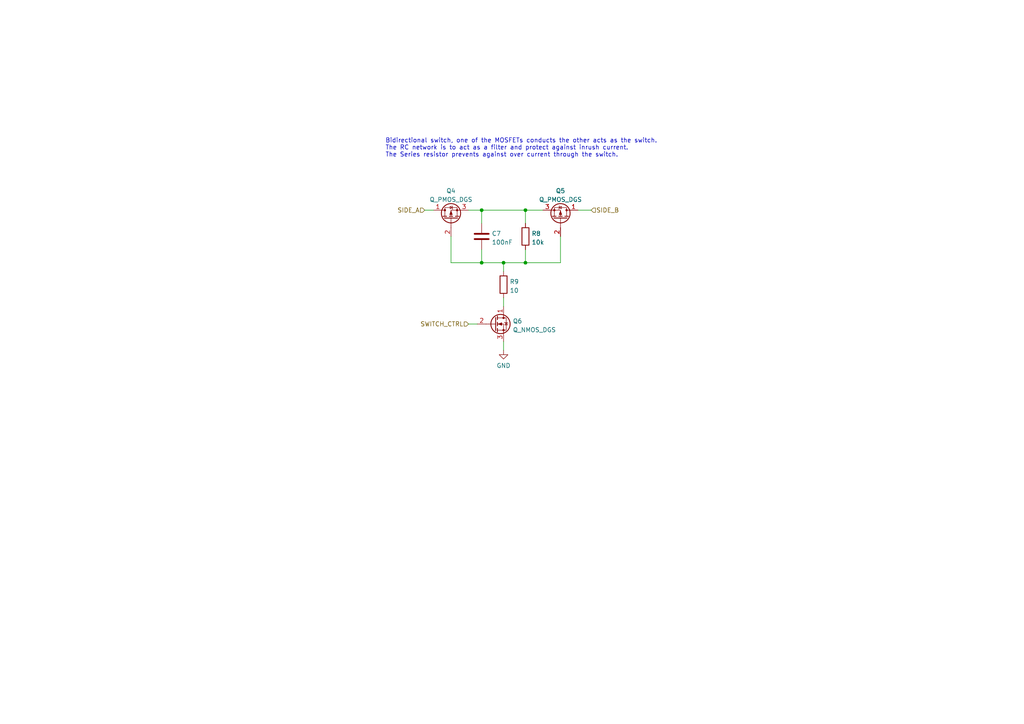
<source format=kicad_sch>
(kicad_sch (version 20211123) (generator eeschema)

  (uuid 2923d83c-3334-4b85-acfa-e9f2eb6f5eb5)

  (paper "A4")

  (lib_symbols
    (symbol "Device:C" (pin_numbers hide) (pin_names (offset 0.254)) (in_bom yes) (on_board yes)
      (property "Reference" "C" (id 0) (at 0.635 2.54 0)
        (effects (font (size 1.27 1.27)) (justify left))
      )
      (property "Value" "C" (id 1) (at 0.635 -2.54 0)
        (effects (font (size 1.27 1.27)) (justify left))
      )
      (property "Footprint" "" (id 2) (at 0.9652 -3.81 0)
        (effects (font (size 1.27 1.27)) hide)
      )
      (property "Datasheet" "~" (id 3) (at 0 0 0)
        (effects (font (size 1.27 1.27)) hide)
      )
      (property "ki_keywords" "cap capacitor" (id 4) (at 0 0 0)
        (effects (font (size 1.27 1.27)) hide)
      )
      (property "ki_description" "Unpolarized capacitor" (id 5) (at 0 0 0)
        (effects (font (size 1.27 1.27)) hide)
      )
      (property "ki_fp_filters" "C_*" (id 6) (at 0 0 0)
        (effects (font (size 1.27 1.27)) hide)
      )
      (symbol "C_0_1"
        (polyline
          (pts
            (xy -2.032 -0.762)
            (xy 2.032 -0.762)
          )
          (stroke (width 0.508) (type default) (color 0 0 0 0))
          (fill (type none))
        )
        (polyline
          (pts
            (xy -2.032 0.762)
            (xy 2.032 0.762)
          )
          (stroke (width 0.508) (type default) (color 0 0 0 0))
          (fill (type none))
        )
      )
      (symbol "C_1_1"
        (pin passive line (at 0 3.81 270) (length 2.794)
          (name "~" (effects (font (size 1.27 1.27))))
          (number "1" (effects (font (size 1.27 1.27))))
        )
        (pin passive line (at 0 -3.81 90) (length 2.794)
          (name "~" (effects (font (size 1.27 1.27))))
          (number "2" (effects (font (size 1.27 1.27))))
        )
      )
    )
    (symbol "Device:Q_NMOS_DGS" (pin_names (offset 0) hide) (in_bom yes) (on_board yes)
      (property "Reference" "Q" (id 0) (at 5.08 1.27 0)
        (effects (font (size 1.27 1.27)) (justify left))
      )
      (property "Value" "Q_NMOS_DGS" (id 1) (at 5.08 -1.27 0)
        (effects (font (size 1.27 1.27)) (justify left))
      )
      (property "Footprint" "" (id 2) (at 5.08 2.54 0)
        (effects (font (size 1.27 1.27)) hide)
      )
      (property "Datasheet" "~" (id 3) (at 0 0 0)
        (effects (font (size 1.27 1.27)) hide)
      )
      (property "ki_keywords" "transistor NMOS N-MOS N-MOSFET" (id 4) (at 0 0 0)
        (effects (font (size 1.27 1.27)) hide)
      )
      (property "ki_description" "N-MOSFET transistor, drain/gate/source" (id 5) (at 0 0 0)
        (effects (font (size 1.27 1.27)) hide)
      )
      (symbol "Q_NMOS_DGS_0_1"
        (polyline
          (pts
            (xy 0.254 0)
            (xy -2.54 0)
          )
          (stroke (width 0) (type default) (color 0 0 0 0))
          (fill (type none))
        )
        (polyline
          (pts
            (xy 0.254 1.905)
            (xy 0.254 -1.905)
          )
          (stroke (width 0.254) (type default) (color 0 0 0 0))
          (fill (type none))
        )
        (polyline
          (pts
            (xy 0.762 -1.27)
            (xy 0.762 -2.286)
          )
          (stroke (width 0.254) (type default) (color 0 0 0 0))
          (fill (type none))
        )
        (polyline
          (pts
            (xy 0.762 0.508)
            (xy 0.762 -0.508)
          )
          (stroke (width 0.254) (type default) (color 0 0 0 0))
          (fill (type none))
        )
        (polyline
          (pts
            (xy 0.762 2.286)
            (xy 0.762 1.27)
          )
          (stroke (width 0.254) (type default) (color 0 0 0 0))
          (fill (type none))
        )
        (polyline
          (pts
            (xy 2.54 2.54)
            (xy 2.54 1.778)
          )
          (stroke (width 0) (type default) (color 0 0 0 0))
          (fill (type none))
        )
        (polyline
          (pts
            (xy 2.54 -2.54)
            (xy 2.54 0)
            (xy 0.762 0)
          )
          (stroke (width 0) (type default) (color 0 0 0 0))
          (fill (type none))
        )
        (polyline
          (pts
            (xy 0.762 -1.778)
            (xy 3.302 -1.778)
            (xy 3.302 1.778)
            (xy 0.762 1.778)
          )
          (stroke (width 0) (type default) (color 0 0 0 0))
          (fill (type none))
        )
        (polyline
          (pts
            (xy 1.016 0)
            (xy 2.032 0.381)
            (xy 2.032 -0.381)
            (xy 1.016 0)
          )
          (stroke (width 0) (type default) (color 0 0 0 0))
          (fill (type outline))
        )
        (polyline
          (pts
            (xy 2.794 0.508)
            (xy 2.921 0.381)
            (xy 3.683 0.381)
            (xy 3.81 0.254)
          )
          (stroke (width 0) (type default) (color 0 0 0 0))
          (fill (type none))
        )
        (polyline
          (pts
            (xy 3.302 0.381)
            (xy 2.921 -0.254)
            (xy 3.683 -0.254)
            (xy 3.302 0.381)
          )
          (stroke (width 0) (type default) (color 0 0 0 0))
          (fill (type none))
        )
        (circle (center 1.651 0) (radius 2.794)
          (stroke (width 0.254) (type default) (color 0 0 0 0))
          (fill (type none))
        )
        (circle (center 2.54 -1.778) (radius 0.254)
          (stroke (width 0) (type default) (color 0 0 0 0))
          (fill (type outline))
        )
        (circle (center 2.54 1.778) (radius 0.254)
          (stroke (width 0) (type default) (color 0 0 0 0))
          (fill (type outline))
        )
      )
      (symbol "Q_NMOS_DGS_1_1"
        (pin passive line (at 2.54 5.08 270) (length 2.54)
          (name "D" (effects (font (size 1.27 1.27))))
          (number "1" (effects (font (size 1.27 1.27))))
        )
        (pin input line (at -5.08 0 0) (length 2.54)
          (name "G" (effects (font (size 1.27 1.27))))
          (number "2" (effects (font (size 1.27 1.27))))
        )
        (pin passive line (at 2.54 -5.08 90) (length 2.54)
          (name "S" (effects (font (size 1.27 1.27))))
          (number "3" (effects (font (size 1.27 1.27))))
        )
      )
    )
    (symbol "Device:Q_PMOS_DGS" (pin_names (offset 0) hide) (in_bom yes) (on_board yes)
      (property "Reference" "Q" (id 0) (at 5.08 1.27 0)
        (effects (font (size 1.27 1.27)) (justify left))
      )
      (property "Value" "Q_PMOS_DGS" (id 1) (at 5.08 -1.27 0)
        (effects (font (size 1.27 1.27)) (justify left))
      )
      (property "Footprint" "" (id 2) (at 5.08 2.54 0)
        (effects (font (size 1.27 1.27)) hide)
      )
      (property "Datasheet" "~" (id 3) (at 0 0 0)
        (effects (font (size 1.27 1.27)) hide)
      )
      (property "ki_keywords" "transistor PMOS P-MOS P-MOSFET" (id 4) (at 0 0 0)
        (effects (font (size 1.27 1.27)) hide)
      )
      (property "ki_description" "P-MOSFET transistor, drain/gate/source" (id 5) (at 0 0 0)
        (effects (font (size 1.27 1.27)) hide)
      )
      (symbol "Q_PMOS_DGS_0_1"
        (polyline
          (pts
            (xy 0.254 0)
            (xy -2.54 0)
          )
          (stroke (width 0) (type default) (color 0 0 0 0))
          (fill (type none))
        )
        (polyline
          (pts
            (xy 0.254 1.905)
            (xy 0.254 -1.905)
          )
          (stroke (width 0.254) (type default) (color 0 0 0 0))
          (fill (type none))
        )
        (polyline
          (pts
            (xy 0.762 -1.27)
            (xy 0.762 -2.286)
          )
          (stroke (width 0.254) (type default) (color 0 0 0 0))
          (fill (type none))
        )
        (polyline
          (pts
            (xy 0.762 0.508)
            (xy 0.762 -0.508)
          )
          (stroke (width 0.254) (type default) (color 0 0 0 0))
          (fill (type none))
        )
        (polyline
          (pts
            (xy 0.762 2.286)
            (xy 0.762 1.27)
          )
          (stroke (width 0.254) (type default) (color 0 0 0 0))
          (fill (type none))
        )
        (polyline
          (pts
            (xy 2.54 2.54)
            (xy 2.54 1.778)
          )
          (stroke (width 0) (type default) (color 0 0 0 0))
          (fill (type none))
        )
        (polyline
          (pts
            (xy 2.54 -2.54)
            (xy 2.54 0)
            (xy 0.762 0)
          )
          (stroke (width 0) (type default) (color 0 0 0 0))
          (fill (type none))
        )
        (polyline
          (pts
            (xy 0.762 1.778)
            (xy 3.302 1.778)
            (xy 3.302 -1.778)
            (xy 0.762 -1.778)
          )
          (stroke (width 0) (type default) (color 0 0 0 0))
          (fill (type none))
        )
        (polyline
          (pts
            (xy 2.286 0)
            (xy 1.27 0.381)
            (xy 1.27 -0.381)
            (xy 2.286 0)
          )
          (stroke (width 0) (type default) (color 0 0 0 0))
          (fill (type outline))
        )
        (polyline
          (pts
            (xy 2.794 -0.508)
            (xy 2.921 -0.381)
            (xy 3.683 -0.381)
            (xy 3.81 -0.254)
          )
          (stroke (width 0) (type default) (color 0 0 0 0))
          (fill (type none))
        )
        (polyline
          (pts
            (xy 3.302 -0.381)
            (xy 2.921 0.254)
            (xy 3.683 0.254)
            (xy 3.302 -0.381)
          )
          (stroke (width 0) (type default) (color 0 0 0 0))
          (fill (type none))
        )
        (circle (center 1.651 0) (radius 2.794)
          (stroke (width 0.254) (type default) (color 0 0 0 0))
          (fill (type none))
        )
        (circle (center 2.54 -1.778) (radius 0.254)
          (stroke (width 0) (type default) (color 0 0 0 0))
          (fill (type outline))
        )
        (circle (center 2.54 1.778) (radius 0.254)
          (stroke (width 0) (type default) (color 0 0 0 0))
          (fill (type outline))
        )
      )
      (symbol "Q_PMOS_DGS_1_1"
        (pin passive line (at 2.54 5.08 270) (length 2.54)
          (name "D" (effects (font (size 1.27 1.27))))
          (number "1" (effects (font (size 1.27 1.27))))
        )
        (pin input line (at -5.08 0 0) (length 2.54)
          (name "G" (effects (font (size 1.27 1.27))))
          (number "2" (effects (font (size 1.27 1.27))))
        )
        (pin passive line (at 2.54 -5.08 90) (length 2.54)
          (name "S" (effects (font (size 1.27 1.27))))
          (number "3" (effects (font (size 1.27 1.27))))
        )
      )
    )
    (symbol "Device:R" (pin_numbers hide) (pin_names (offset 0)) (in_bom yes) (on_board yes)
      (property "Reference" "R" (id 0) (at 2.032 0 90)
        (effects (font (size 1.27 1.27)))
      )
      (property "Value" "R" (id 1) (at 0 0 90)
        (effects (font (size 1.27 1.27)))
      )
      (property "Footprint" "" (id 2) (at -1.778 0 90)
        (effects (font (size 1.27 1.27)) hide)
      )
      (property "Datasheet" "~" (id 3) (at 0 0 0)
        (effects (font (size 1.27 1.27)) hide)
      )
      (property "ki_keywords" "R res resistor" (id 4) (at 0 0 0)
        (effects (font (size 1.27 1.27)) hide)
      )
      (property "ki_description" "Resistor" (id 5) (at 0 0 0)
        (effects (font (size 1.27 1.27)) hide)
      )
      (property "ki_fp_filters" "R_*" (id 6) (at 0 0 0)
        (effects (font (size 1.27 1.27)) hide)
      )
      (symbol "R_0_1"
        (rectangle (start -1.016 -2.54) (end 1.016 2.54)
          (stroke (width 0.254) (type default) (color 0 0 0 0))
          (fill (type none))
        )
      )
      (symbol "R_1_1"
        (pin passive line (at 0 3.81 270) (length 1.27)
          (name "~" (effects (font (size 1.27 1.27))))
          (number "1" (effects (font (size 1.27 1.27))))
        )
        (pin passive line (at 0 -3.81 90) (length 1.27)
          (name "~" (effects (font (size 1.27 1.27))))
          (number "2" (effects (font (size 1.27 1.27))))
        )
      )
    )
    (symbol "power:GND" (power) (pin_names (offset 0)) (in_bom yes) (on_board yes)
      (property "Reference" "#PWR" (id 0) (at 0 -6.35 0)
        (effects (font (size 1.27 1.27)) hide)
      )
      (property "Value" "GND" (id 1) (at 0 -3.81 0)
        (effects (font (size 1.27 1.27)))
      )
      (property "Footprint" "" (id 2) (at 0 0 0)
        (effects (font (size 1.27 1.27)) hide)
      )
      (property "Datasheet" "" (id 3) (at 0 0 0)
        (effects (font (size 1.27 1.27)) hide)
      )
      (property "ki_keywords" "power-flag" (id 4) (at 0 0 0)
        (effects (font (size 1.27 1.27)) hide)
      )
      (property "ki_description" "Power symbol creates a global label with name \"GND\" , ground" (id 5) (at 0 0 0)
        (effects (font (size 1.27 1.27)) hide)
      )
      (symbol "GND_0_1"
        (polyline
          (pts
            (xy 0 0)
            (xy 0 -1.27)
            (xy 1.27 -1.27)
            (xy 0 -2.54)
            (xy -1.27 -1.27)
            (xy 0 -1.27)
          )
          (stroke (width 0) (type default) (color 0 0 0 0))
          (fill (type none))
        )
      )
      (symbol "GND_1_1"
        (pin power_in line (at 0 0 270) (length 0) hide
          (name "GND" (effects (font (size 1.27 1.27))))
          (number "1" (effects (font (size 1.27 1.27))))
        )
      )
    )
  )

  (junction (at 146.05 76.2) (diameter 0) (color 0 0 0 0)
    (uuid 1241874b-c465-4321-bdfa-c8d4ee84b2a0)
  )
  (junction (at 139.7 60.96) (diameter 0) (color 0 0 0 0)
    (uuid 169e3cbe-60cd-4bb4-ba50-905db7f4c05a)
  )
  (junction (at 139.7 76.2) (diameter 0) (color 0 0 0 0)
    (uuid 30cc1bc8-edfc-411b-a620-55f3e52d1442)
  )
  (junction (at 152.4 60.96) (diameter 0) (color 0 0 0 0)
    (uuid 850a69bf-4897-48b7-9b9a-bf8d97e8837f)
  )
  (junction (at 152.4 76.2) (diameter 0) (color 0 0 0 0)
    (uuid e84655df-1cd8-49d4-9707-f733d35bb7f2)
  )

  (wire (pts (xy 146.05 76.2) (xy 152.4 76.2))
    (stroke (width 0) (type default) (color 0 0 0 0))
    (uuid 2cdacc8a-6ef1-40e9-a2af-68b75171901f)
  )
  (wire (pts (xy 139.7 76.2) (xy 146.05 76.2))
    (stroke (width 0) (type default) (color 0 0 0 0))
    (uuid 3cb85038-2874-4403-ac0d-f86d5102f754)
  )
  (wire (pts (xy 139.7 60.96) (xy 152.4 60.96))
    (stroke (width 0) (type default) (color 0 0 0 0))
    (uuid 4401844c-d56a-4683-9c80-22e37ab1bfcc)
  )
  (wire (pts (xy 152.4 72.39) (xy 152.4 76.2))
    (stroke (width 0) (type default) (color 0 0 0 0))
    (uuid 45cff702-858f-4958-bbb7-801917e8fe4b)
  )
  (wire (pts (xy 152.4 60.96) (xy 152.4 64.77))
    (stroke (width 0) (type default) (color 0 0 0 0))
    (uuid 4b5c7ac3-16d7-4416-8e1b-c06ef9cd09b5)
  )
  (wire (pts (xy 139.7 72.39) (xy 139.7 76.2))
    (stroke (width 0) (type default) (color 0 0 0 0))
    (uuid 4dcf95d2-8f09-4bdb-8a06-5c371d680091)
  )
  (wire (pts (xy 139.7 60.96) (xy 139.7 64.77))
    (stroke (width 0) (type default) (color 0 0 0 0))
    (uuid 61d13cee-4f2e-474a-83cd-b170ceb0626e)
  )
  (wire (pts (xy 152.4 60.96) (xy 157.48 60.96))
    (stroke (width 0) (type default) (color 0 0 0 0))
    (uuid 64811abf-516c-4f50-8601-bf447456fb6b)
  )
  (wire (pts (xy 167.64 60.96) (xy 171.45 60.96))
    (stroke (width 0) (type default) (color 0 0 0 0))
    (uuid 9188613b-bcee-4567-86b3-54239564683f)
  )
  (wire (pts (xy 162.56 76.2) (xy 162.56 68.58))
    (stroke (width 0) (type default) (color 0 0 0 0))
    (uuid b4182176-94b4-4042-a047-ced8894735c1)
  )
  (wire (pts (xy 135.89 93.98) (xy 138.43 93.98))
    (stroke (width 0) (type default) (color 0 0 0 0))
    (uuid b8fb458b-9f85-41df-8069-824867e9aaf4)
  )
  (wire (pts (xy 146.05 76.2) (xy 146.05 78.74))
    (stroke (width 0) (type default) (color 0 0 0 0))
    (uuid bd8003e6-c91f-4f72-ab12-e3e09c5d62e1)
  )
  (wire (pts (xy 130.81 76.2) (xy 139.7 76.2))
    (stroke (width 0) (type default) (color 0 0 0 0))
    (uuid be72c358-d1dc-4ba1-9e65-85305850a94e)
  )
  (wire (pts (xy 135.89 60.96) (xy 139.7 60.96))
    (stroke (width 0) (type default) (color 0 0 0 0))
    (uuid c61d62ac-d3de-400f-ad05-740a0d1b1106)
  )
  (wire (pts (xy 123.19 60.96) (xy 125.73 60.96))
    (stroke (width 0) (type default) (color 0 0 0 0))
    (uuid ca2b7634-44fe-4293-9136-fe0880fc6dd4)
  )
  (wire (pts (xy 146.05 86.36) (xy 146.05 88.9))
    (stroke (width 0) (type default) (color 0 0 0 0))
    (uuid da68f147-9db1-4d65-b2ec-d81f3cc2e90c)
  )
  (wire (pts (xy 146.05 99.06) (xy 146.05 101.6))
    (stroke (width 0) (type default) (color 0 0 0 0))
    (uuid eda1404a-25f3-42d4-b3de-9cb5b2a0a6f3)
  )
  (wire (pts (xy 130.81 68.58) (xy 130.81 76.2))
    (stroke (width 0) (type default) (color 0 0 0 0))
    (uuid f23846e4-2eec-4ea1-b180-1e6aeaf1a3f8)
  )
  (wire (pts (xy 152.4 76.2) (xy 162.56 76.2))
    (stroke (width 0) (type default) (color 0 0 0 0))
    (uuid f2400802-90eb-4862-867f-6d34263b84b8)
  )

  (text "Bidirectional switch, one of the MOSFETs conducts the other acts as the switch.\nThe RC network is to act as a filter and protect against inrush current.\nThe Series resistor prevents against over current through the switch."
    (at 111.76 45.72 0)
    (effects (font (size 1.27 1.27)) (justify left bottom))
    (uuid 0152edbd-afba-4651-94b4-89b3d2434145)
  )

  (hierarchical_label "SIDE_B" (shape input) (at 171.45 60.96 0)
    (effects (font (size 1.27 1.27)) (justify left))
    (uuid 40e096ce-9d6e-482d-b8c4-3ca126a99030)
  )
  (hierarchical_label "SIDE_A" (shape input) (at 123.19 60.96 180)
    (effects (font (size 1.27 1.27)) (justify right))
    (uuid c24e0aa9-d6d7-4c7e-adfb-667fe7a9075d)
  )
  (hierarchical_label "SWITCH_CTRL" (shape input) (at 135.89 93.98 180)
    (effects (font (size 1.27 1.27)) (justify right))
    (uuid dd5435e5-438e-4215-a523-52fd36361525)
  )

  (symbol (lib_id "power:GND") (at 146.05 101.6 0)
    (in_bom yes) (on_board yes) (fields_autoplaced)
    (uuid 4fc5d252-6a30-4191-806e-08bb920b49e9)
    (property "Reference" "#PWR013" (id 0) (at 146.05 107.95 0)
      (effects (font (size 1.27 1.27)) hide)
    )
    (property "Value" "GND" (id 1) (at 146.05 106.0434 0))
    (property "Footprint" "" (id 2) (at 146.05 101.6 0)
      (effects (font (size 1.27 1.27)) hide)
    )
    (property "Datasheet" "" (id 3) (at 146.05 101.6 0)
      (effects (font (size 1.27 1.27)) hide)
    )
    (pin "1" (uuid 4ac34b20-56b8-4ff6-8cb3-404d01e2c48a))
  )

  (symbol (lib_id "Device:Q_PMOS_DGS") (at 130.81 63.5 90)
    (in_bom yes) (on_board yes) (fields_autoplaced)
    (uuid 8470e88a-4561-440d-a9ed-06e09e74cee0)
    (property "Reference" "Q4" (id 0) (at 130.81 55.3552 90))
    (property "Value" "Q_PMOS_DGS" (id 1) (at 130.81 57.8921 90))
    (property "Footprint" "" (id 2) (at 128.27 58.42 0)
      (effects (font (size 1.27 1.27)) hide)
    )
    (property "Datasheet" "~" (id 3) (at 130.81 63.5 0)
      (effects (font (size 1.27 1.27)) hide)
    )
    (pin "1" (uuid b71ddef6-c4f1-4638-88a2-70b8198ce713))
    (pin "2" (uuid 6c1254ea-bcca-4e9f-8154-57ba0c018bda))
    (pin "3" (uuid 228e687f-46bf-4c71-b216-27a36bf502b3))
  )

  (symbol (lib_id "Device:R") (at 152.4 68.58 0)
    (in_bom yes) (on_board yes) (fields_autoplaced)
    (uuid 8a80f9a6-35b6-4540-86c7-f39b39959daa)
    (property "Reference" "R8" (id 0) (at 154.178 67.7453 0)
      (effects (font (size 1.27 1.27)) (justify left))
    )
    (property "Value" "10k" (id 1) (at 154.178 70.2822 0)
      (effects (font (size 1.27 1.27)) (justify left))
    )
    (property "Footprint" "" (id 2) (at 150.622 68.58 90)
      (effects (font (size 1.27 1.27)) hide)
    )
    (property "Datasheet" "~" (id 3) (at 152.4 68.58 0)
      (effects (font (size 1.27 1.27)) hide)
    )
    (pin "1" (uuid 3954301a-53c0-4509-a36a-1f3f611bbf6a))
    (pin "2" (uuid 0a0dfa65-606a-484f-b34f-8ccf8ace6459))
  )

  (symbol (lib_id "Device:Q_PMOS_DGS") (at 162.56 63.5 270) (mirror x)
    (in_bom yes) (on_board yes) (fields_autoplaced)
    (uuid 91eb9ba5-74ad-4ad5-b139-23d963b97aa2)
    (property "Reference" "Q5" (id 0) (at 162.56 55.3552 90))
    (property "Value" "Q_PMOS_DGS" (id 1) (at 162.56 57.8921 90))
    (property "Footprint" "" (id 2) (at 165.1 58.42 0)
      (effects (font (size 1.27 1.27)) hide)
    )
    (property "Datasheet" "~" (id 3) (at 162.56 63.5 0)
      (effects (font (size 1.27 1.27)) hide)
    )
    (pin "1" (uuid 2fe59ba4-8573-4390-bd74-2727dc8075b1))
    (pin "2" (uuid 305a9b1d-826b-4142-ac53-265056c843d8))
    (pin "3" (uuid 7560ca55-8592-4f13-96cb-00ba8617a346))
  )

  (symbol (lib_id "Device:C") (at 139.7 68.58 0)
    (in_bom yes) (on_board yes)
    (uuid 9e4fb448-6006-469d-b6fe-9e739a8f0701)
    (property "Reference" "C7" (id 0) (at 142.621 67.7453 0)
      (effects (font (size 1.27 1.27)) (justify left))
    )
    (property "Value" "100nF" (id 1) (at 142.621 70.2822 0)
      (effects (font (size 1.27 1.27)) (justify left))
    )
    (property "Footprint" "" (id 2) (at 140.6652 72.39 0)
      (effects (font (size 1.27 1.27)) hide)
    )
    (property "Datasheet" "~" (id 3) (at 139.7 68.58 0)
      (effects (font (size 1.27 1.27)) hide)
    )
    (pin "1" (uuid b263682f-9c95-49bf-8c4b-ae4a459d7944))
    (pin "2" (uuid 535aa6a0-6118-476a-aad7-7b104a0cfc98))
  )

  (symbol (lib_id "Device:Q_NMOS_DGS") (at 143.51 93.98 0)
    (in_bom yes) (on_board yes) (fields_autoplaced)
    (uuid a0f890c5-ed4d-443c-983c-599ef132422c)
    (property "Reference" "Q6" (id 0) (at 148.717 93.1453 0)
      (effects (font (size 1.27 1.27)) (justify left))
    )
    (property "Value" "Q_NMOS_DGS" (id 1) (at 148.717 95.6822 0)
      (effects (font (size 1.27 1.27)) (justify left))
    )
    (property "Footprint" "" (id 2) (at 148.59 91.44 0)
      (effects (font (size 1.27 1.27)) hide)
    )
    (property "Datasheet" "~" (id 3) (at 143.51 93.98 0)
      (effects (font (size 1.27 1.27)) hide)
    )
    (pin "1" (uuid de37a591-a3ea-4a91-8c5c-ceac7f89eb66))
    (pin "2" (uuid 0d723a18-8ec1-476d-a9f4-b5ff84b08996))
    (pin "3" (uuid f89876df-4c13-4c34-abeb-8043dd893b0b))
  )

  (symbol (lib_id "Device:R") (at 146.05 82.55 0)
    (in_bom yes) (on_board yes) (fields_autoplaced)
    (uuid f2a33390-9fc2-43cd-9608-f4554c6c6533)
    (property "Reference" "R9" (id 0) (at 147.828 81.7153 0)
      (effects (font (size 1.27 1.27)) (justify left))
    )
    (property "Value" "10" (id 1) (at 147.828 84.2522 0)
      (effects (font (size 1.27 1.27)) (justify left))
    )
    (property "Footprint" "" (id 2) (at 144.272 82.55 90)
      (effects (font (size 1.27 1.27)) hide)
    )
    (property "Datasheet" "~" (id 3) (at 146.05 82.55 0)
      (effects (font (size 1.27 1.27)) hide)
    )
    (pin "1" (uuid 94cef7bd-ca5e-461b-a0fe-c6e185df2388))
    (pin "2" (uuid 73611170-5092-4c04-a0ff-0cae61e9e483))
  )
)

</source>
